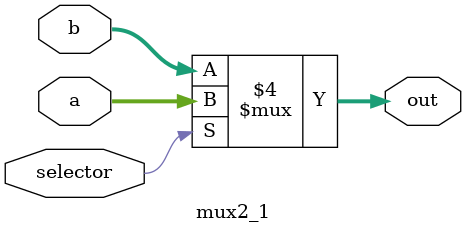
<source format=sv>
module mux2_1
#(
	parameter N = 4
)(
	input [(2*N)-1:0] a,
	input [(2*N)-1:0] b,
	input selector,
	
	output logic [(2*N)-1:0] out

);

always_comb
begin 
	if(selector == 1)
	begin
		out = a; 
	end
	
	else
	begin 
		out = b;
	end
end 
endmodule 
</source>
